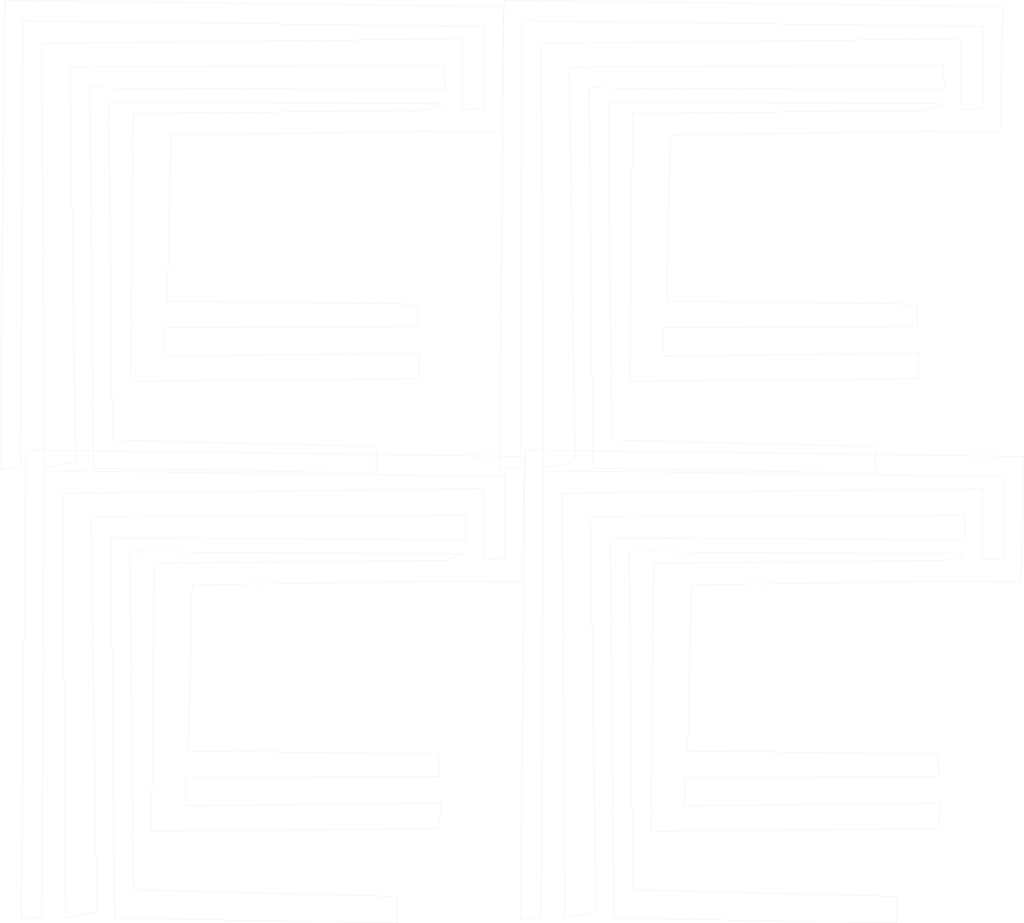
<source format=kicad_pcb>
(kicad_pcb (version 20221018) (generator pcbnew)

  (general
    (thickness 1.6)
  )

  (paper "A4")
  (layers
    (0 "F.Cu" signal)
    (31 "B.Cu" signal)
    (32 "B.Adhes" user "B.Adhesive")
    (33 "F.Adhes" user "F.Adhesive")
    (34 "B.Paste" user)
    (35 "F.Paste" user)
    (36 "B.SilkS" user "B.Silkscreen")
    (37 "F.SilkS" user "F.Silkscreen")
    (38 "B.Mask" user)
    (39 "F.Mask" user)
    (40 "Dwgs.User" user "User.Drawings")
    (41 "Cmts.User" user "User.Comments")
    (42 "Eco1.User" user "User.Eco1")
    (43 "Eco2.User" user "User.Eco2")
    (44 "Edge.Cuts" user)
    (45 "Margin" user)
    (46 "B.CrtYd" user "B.Courtyard")
    (47 "F.CrtYd" user "F.Courtyard")
    (48 "B.Fab" user)
    (49 "F.Fab" user)
    (50 "User.1" user)
    (51 "User.2" user)
    (52 "User.3" user)
    (53 "User.4" user)
    (54 "User.5" user)
    (55 "User.6" user)
    (56 "User.7" user)
    (57 "User.8" user)
    (58 "User.9" user)
  )

  (setup
    (stackup
      (layer "F.SilkS" (type "Top Silk Screen"))
      (layer "F.Paste" (type "Top Solder Paste"))
      (layer "F.Mask" (type "Top Solder Mask") (thickness 0.01))
      (layer "F.Cu" (type "copper") (thickness 0.035))
      (layer "dielectric 1" (type "core") (thickness 1.51) (material "FR4") (epsilon_r 4.5) (loss_tangent 0.02))
      (layer "B.Cu" (type "copper") (thickness 0.035))
      (layer "B.Mask" (type "Bottom Solder Mask") (thickness 0.01))
      (layer "B.Paste" (type "Bottom Solder Paste"))
      (layer "B.SilkS" (type "Bottom Silk Screen"))
      (layer "F.SilkS" (type "Top Silk Screen"))
      (layer "F.Paste" (type "Top Solder Paste"))
      (layer "F.Mask" (type "Top Solder Mask") (thickness 0.01))
      (layer "F.Cu" (type "copper") (thickness 0.035))
      (layer "dielectric 1" (type "core") (thickness 1.51) (material "FR4") (epsilon_r 4.5) (loss_tangent 0.02))
      (layer "B.Cu" (type "copper") (thickness 0.035))
      (layer "B.Mask" (type "Bottom Solder Mask") (thickness 0.01))
      (layer "B.Paste" (type "Bottom Solder Paste"))
      (layer "B.SilkS" (type "Bottom Silk Screen"))
      (layer "F.SilkS" (type "Top Silk Screen"))
      (layer "F.Paste" (type "Top Solder Paste"))
      (layer "F.Mask" (type "Top Solder Mask") (thickness 0.01))
      (layer "F.Cu" (type "copper") (thickness 0.035))
      (layer "dielectric 1" (type "core") (thickness 1.51) (material "FR4") (epsilon_r 4.5) (loss_tangent 0.02))
      (layer "B.Cu" (type "copper") (thickness 0.035))
      (layer "B.Mask" (type "Bottom Solder Mask") (thickness 0.01))
      (layer "B.Paste" (type "Bottom Solder Paste"))
      (layer "B.SilkS" (type "Bottom Silk Screen"))
      (layer "F.SilkS" (type "Top Silk Screen"))
      (layer "F.Paste" (type "Top Solder Paste"))
      (layer "F.Mask" (type "Top Solder Mask") (thickness 0.01))
      (layer "F.Cu" (type "copper") (thickness 0.035))
      (layer "dielectric 1" (type "core") (thickness 1.51) (material "FR4") (epsilon_r 4.5) (loss_tangent 0.02))
      (layer "B.Cu" (type "copper") (thickness 0.035))
      (layer "B.Mask" (type "Bottom Solder Mask") (thickness 0.01))
      (layer "B.Paste" (type "Bottom Solder Paste"))
      (layer "B.SilkS" (type "Bottom Silk Screen"))
      (copper_finish "None")
      (dielectric_constraints no)
    )
    (pad_to_mask_clearance 0)
    (pcbplotparams
      (layerselection 0x00010fc_ffffffff)
      (plot_on_all_layers_selection 0x0000000_00000000)
      (disableapertmacros false)
      (usegerberextensions false)
      (usegerberattributes true)
      (usegerberadvancedattributes true)
      (creategerberjobfile true)
      (dashed_line_dash_ratio 12.000000)
      (dashed_line_gap_ratio 3.000000)
      (svgprecision 4)
      (plotframeref false)
      (viasonmask false)
      (mode 1)
      (useauxorigin false)
      (hpglpennumber 1)
      (hpglpenspeed 20)
      (hpglpendiameter 15.000000)
      (dxfpolygonmode true)
      (dxfimperialunits true)
      (dxfusepcbnewfont true)
      (psnegative false)
      (psa4output false)
      (plotreference true)
      (plotvalue true)
      (plotinvisibletext false)
      (sketchpadsonfab false)
      (subtractmaskfromsilk false)
      (outputformat 1)
      (mirror false)
      (drillshape 1)
      (scaleselection 1)
      (outputdirectory "")
    )
  )

  (net 0 "")

  (gr_line (start 334.98 36.94) (end 328.6 39.29)
    (stroke (width 0.05) (type default)) (layer "Edge.Cuts") (tstamp 0140145d-4d2b-4baa-9113-330b60545a6c))
  (gr_line (start 66.93 267.11) (end 68.28 208.02)
    (stroke (width 0.05) (type default)) (layer "Edge.Cuts") (tstamp 01c79154-248d-46d7-91bd-36265aee73dd))
  (gr_line (start 58.43 126.58) (end 58.43 116.51)
    (stroke (width 0.05) (type default)) (layer "Edge.Cuts") (tstamp 03bcdba3-85de-4e34-8710-6bff60208008))
  (gr_line (start 178.97 2.35) (end 1.68 0)
    (stroke (width 0.05) (type default)) (layer "Edge.Cuts") (tstamp 0478dda1-3bf9-47a5-996a-667e7586e075))
  (gr_line (start 216.12 36.26) (end 334.98 36.94)
    (stroke (width 0.05) (type default)) (layer "Edge.Cuts") (tstamp 06c9fc03-2032-4b0c-8407-87fa636a833a))
  (gr_line (start 333.75 276.18) (end 333.41 268.12)
    (stroke (width 0.05) (type default)) (layer "Edge.Cuts") (tstamp 07ff3be1-523d-43bc-a3ff-78259431b308))
  (gr_line (start 185 326.88) (end 192.39 326.2)
    (stroke (width 0.05) (type default)) (layer "Edge.Cuts") (tstamp 09fbe0f5-c506-4402-81ad-ef9d97d73001))
  (gr_line (start 356.91 198.61) (end 349.19 198.95)
    (stroke (width 0.05) (type default)) (layer "Edge.Cuts") (tstamp 0c6a5e19-2f09-4cae-9f0d-e5294cf06625))
  (gr_line (start 32.35 183.84) (end 165.31 183.17)
    (stroke (width 0.05) (type default)) (layer "Edge.Cuts") (tstamp 118838d2-c735-4502-94ae-a952d7915459))
  (gr_line (start 235.93 116.51) (end 326.25 116.18)
    (stroke (width 0.05) (type default)) (layer "Edge.Cuts") (tstamp 18472dab-45c9-45f8-874e-ead1b0f180e3))
  (gr_line (start 211.87 324.19) (end 209.85 183.84)
    (stroke (width 0.05) (type default)) (layer "Edge.Cuts") (tstamp 197e7dc5-9d30-4cd6-b27e-116aa645722e))
  (gr_line (start 164.98 196.94) (end 158.6 199.29)
    (stroke (width 0.05) (type default)) (layer "Edge.Cuts") (tstamp 1d39742f-4b03-4bac-9aa0-15a910c19312))
  (gr_line (start 164.19 38.95) (end 164.19 13.77)
    (stroke (width 0.05) (type default)) (layer "Edge.Cuts") (tstamp 1d8554de-73e1-4b10-8bb5-b2587c557faa))
  (gr_line (start 159.27 206.67) (end 185.46 207.01)
    (stroke (width 0.05) (type default)) (layer "Edge.Cuts") (tstamp 211e1e17-4b3b-4322-913b-fb6a7ab45d2f))
  (gr_line (start 33.24 166.54) (end 133.64 168.22)
    (stroke (width 0.05) (type default)) (layer "Edge.Cuts") (tstamp 21af19a4-9eb9-4a52-9fcc-b0e2f8f5704c))
  (gr_line (start 148.41 108.12) (end 59.43 107.11)
    (stroke (width 0.05) (type default)) (layer "Edge.Cuts") (tstamp 221fc96d-093d-4484-a007-8227eb7e8f20))
  (gr_line (start 59.43 107.11) (end 60.78 48.02)
    (stroke (width 0.05) (type default)) (layer "Edge.Cuts") (tstamp 2582b6ee-332a-4864-acb4-c3ba3c6e4100))
  (gr_line (start 171.91 9.4) (end 171.91 38.61)
    (stroke (width 0.05) (type default)) (layer "Edge.Cuts") (tstamp 2669d5e1-87db-4853-a45f-b5420108ed2f))
  (gr_line (start 133.64 168.22) (end 133.64 158.82)
    (stroke (width 0.05) (type default)) (layer "Edge.Cuts") (tstamp 279348d8-f477-4b39-9cd8-3b8495b1cfc1))
  (gr_line (start 157.81 23.17) (end 158.15 31.9)
    (stroke (width 0.05) (type default)) (layer "Edge.Cuts") (tstamp 29286c05-61bc-44a5-8e40-85ff0f4e24d2))
  (gr_line (start 15.79 166.54) (end 26.87 164.19)
    (stroke (width 0.05) (type default)) (layer "Edge.Cuts") (tstamp 2a701177-954c-43e1-95e1-145166611a85))
  (gr_line (start 171.91 38.61) (end 164.19 38.95)
    (stroke (width 0.05) (type default)) (layer "Edge.Cuts") (tstamp 2b8549d1-7844-4c30-a74e-79849764b786))
  (gr_line (start 223.62 196.26) (end 342.48 196.94)
    (stroke (width 0.05) (type default)) (layer "Edge.Cuts") (tstamp 2c4a65f0-af8a-4fce-b7db-0205cf5dc9ff))
  (gr_line (start 14.78 15.45) (end 15.79 166.54)
    (stroke (width 0.05) (type default)) (layer "Edge.Cuts") (tstamp 2d1c62af-8563-4f9e-b1f5-e2c163210374))
  (gr_line (start 341.69 13.77) (end 192.28 15.45)
    (stroke (width 0.05) (type default)) (layer "Edge.Cuts") (tstamp 2dd52084-b4e2-4d93-8a98-aa4d10d73858))
  (gr_line (start 14.89 326.2) (end 15.56 167.39)
    (stroke (width 0.05) (type default)) (layer "Edge.Cuts") (tstamp 2e6bbefb-dda3-4028-97a1-8ebbff4a8919))
  (gr_line (start 362.96 207.01) (end 363.97 162.35)
    (stroke (width 0.05) (type default)) (layer "Edge.Cuts") (tstamp 2ed60fad-ea6e-4ca1-b52e-10792e2f104b))
  (gr_line (start 46.12 196.26) (end 164.98 196.94)
    (stroke (width 0.05) (type default)) (layer "Edge.Cuts") (tstamp 32dfd699-a0a1-41ef-92ed-ceba9a6623c3))
  (gr_line (start 311.14 168.22) (end 311.14 158.82)
    (stroke (width 0.05) (type default)) (layer "Edge.Cuts") (tstamp 372627e4-8a86-4f92-810f-ea4ac26cd68e))
  (gr_line (start 26.87 164.19) (end 24.85 23.84)
    (stroke (width 0.05) (type default)) (layer "Edge.Cuts") (tstamp 38004c2c-a184-4781-802b-1cdd5fc843b6))
  (gr_line (start 9.18 160) (end 7.5 326.88)
    (stroke (width 0.05) (type default)) (layer "Edge.Cuts") (tstamp 393720a6-9be8-4fc7-87e6-a0022a9fe9bd))
  (gr_line (start 193.06 167.39) (end 356.91 169.4)
    (stroke (width 0.05) (type default)) (layer "Edge.Cuts") (tstamp 39ad3f91-78db-4ec1-a380-db16dbe1d13b))
  (gr_line (start 355.46 47.01) (end 356.47 2.35)
    (stroke (width 0.05) (type default)) (layer "Edge.Cuts") (tstamp 3a2c9cd8-dd57-48a2-aade-de1ad42bbd32))
  (gr_line (start 7.5 326.88) (end 14.89 326.2)
    (stroke (width 0.05) (type default)) (layer "Edge.Cuts") (tstamp 3f55c4b6-1571-48e8-83aa-b674da1181f2))
  (gr_line (start 0 166.88) (end 7.39 166.2)
    (stroke (width 0.05) (type default)) (layer "Edge.Cuts") (tstamp 42baae7a-f3d9-4ee9-a928-3f9442b5120b))
  (gr_line (start 39.4 191.23) (end 40.74 326.54)
    (stroke (width 0.05) (type default)) (layer "Edge.Cuts") (tstamp 436a44f1-3faa-4378-87dc-8ec4099ceabe))
  (gr_line (start 53.84 295.65) (end 156.25 294.64)
    (stroke (width 0.05) (type default)) (layer "Edge.Cuts") (tstamp 46b4bc3b-aa19-44d1-b151-25f041f26a41))
  (gr_line (start 224.96 316.47) (end 223.62 196.26)
    (stroke (width 0.05) (type default)) (layer "Edge.Cuts") (tstamp 48b59e11-b448-4264-b10b-d951d1d6ab54))
  (gr_line (start 328.6 39.29) (end 224.85 40.29)
    (stroke (width 0.05) (type default)) (layer "Edge.Cuts") (tstamp 4bfa758c-e7f6-4540-84a3-ba92ee96014c))
  (gr_line (start 151.1 39.29) (end 47.35 40.29)
    (stroke (width 0.05) (type default)) (layer "Edge.Cuts") (tstamp 4e845cb4-cb62-40dc-a2dd-f7403f02dce9))
  (gr_line (start 202.35 23.84) (end 335.31 23.17)
    (stroke (width 0.05) (type default)) (layer "Edge.Cuts") (tstamp 4f358956-1d0a-451a-b4cc-15e4685b570f))
  (gr_line (start 164.19 13.77) (end 14.78 15.45)
    (stroke (width 0.05) (type default)) (layer "Edge.Cuts") (tstamp 519d1ab9-4d12-47b8-b344-726c4a3ec993))
  (gr_line (start 329.27 46.67) (end 355.46 47.01)
    (stroke (width 0.05) (type default)) (layer "Edge.Cuts") (tstamp 549118eb-c370-49ee-b9c8-2f1c4cfd7295))
  (gr_line (start 326.25 116.18) (end 325.91 108.12)
    (stroke (width 0.05) (type default)) (layer "Edge.Cuts") (tstamp 55314c10-498e-45c8-b768-ac1a4af88349))
  (gr_line (start 158.15 31.9) (end 31.9 31.23)
    (stroke (width 0.05) (type default)) (layer "Edge.Cuts") (tstamp 56396dc7-d4d2-4a43-ac32-3215c92ed01a))
  (gr_line (start 336.77 206.67) (end 362.96 207.01)
    (stroke (width 0.05) (type default)) (layer "Edge.Cuts") (tstamp 56d24c6e-84d8-4686-a103-1c3c858a7478))
  (gr_line (start 335.31 23.17) (end 335.65 31.9)
    (stroke (width 0.05) (type default)) (layer "Edge.Cuts") (tstamp 56fc0527-d004-48c8-a63d-ae9322c1bc15))
  (gr_line (start 179.41 169.4) (end 179.41 198.61)
    (stroke (width 0.05) (type default)) (layer "Edge.Cuts") (tstamp 577bc1fd-f677-4994-b98d-b9892bd8f985))
  (gr_line (start 24.85 23.84) (end 157.81 23.17)
    (stroke (width 0.05) (type default)) (layer "Edge.Cuts") (tstamp 583b50b5-439e-485d-93d1-014806c3f368))
  (gr_line (start 318.64 328.22) (end 318.64 318.82)
    (stroke (width 0.05) (type default)) (layer "Edge.Cuts") (tstamp 594e92f2-cdb0-461b-85c9-5e9f9c9934c4))
  (gr_line (start 216.9 191.23) (end 218.24 326.54)
    (stroke (width 0.05) (type default)) (layer "Edge.Cuts") (tstamp 59faee8e-13a7-4aff-be41-50d798f04925))
  (gr_line (start 7.39 166.2) (end 8.06 7.39)
    (stroke (width 0.05) (type default)) (layer "Edge.Cuts") (tstamp 5c8fb2c0-b106-4f29-9a36-93feabaa9316))
  (gr_line (start 326.58 125.58) (end 235.93 126.58)
    (stroke (width 0.05) (type default)) (layer "Edge.Cuts") (tstamp 5da00abc-b388-49e5-a5db-a6c50c100fa3))
  (gr_line (start 165.65 191.9) (end 39.4 191.23)
    (stroke (width 0.05) (type default)) (layer "Edge.Cuts") (tstamp 648f48a7-ce36-4f7e-8457-2d2ffe210409))
  (gr_line (start 200.79 326.54) (end 211.87 324.19)
    (stroke (width 0.05) (type default)) (layer "Edge.Cuts") (tstamp 679f5fbe-3b95-43d3-94b2-e7bb40d366dd))
  (gr_line (start 65.93 286.58) (end 65.93 276.51)
    (stroke (width 0.05) (type default)) (layer "Edge.Cuts") (tstamp 684c9412-1c68-4515-b9c6-923b059f1668))
  (gr_line (start 158.6 199.29) (end 54.85 200.29)
    (stroke (width 0.05) (type default)) (layer "Edge.Cuts") (tstamp 69e4ccac-558f-4f04-a040-09196ccf5609))
  (gr_line (start 177.5 166.88) (end 184.89 166.2)
    (stroke (width 0.05) (type default)) (layer "Edge.Cuts") (tstamp 70c327c1-cc62-462e-957d-5f0ae858d4b8))
  (gr_line (start 349.41 9.4) (end 349.41 38.61)
    (stroke (width 0.05) (type default)) (layer "Edge.Cuts") (tstamp 765f8bdd-642f-4611-afe5-e23aa54fe256))
  (gr_line (start 209.85 183.84) (end 342.81 183.17)
    (stroke (width 0.05) (type default)) (layer "Edge.Cuts") (tstamp 76c602cf-c979-4ee6-94b6-70cde1a6d6b8))
  (gr_line (start 204.37 164.19) (end 202.35 23.84)
    (stroke (width 0.05) (type default)) (layer "Edge.Cuts") (tstamp 78906333-1847-484c-bfa2-5017ee241827))
  (gr_line (start 60.78 48.02) (end 151.77 46.67)
    (stroke (width 0.05) (type default)) (layer "Edge.Cuts") (tstamp 79a3f78b-9090-40a2-af7b-d7aa288ab96d))
  (gr_line (start 186.68 160) (end 185 326.88)
    (stroke (width 0.05) (type default)) (layer "Edge.Cuts") (tstamp 7b83b37e-509f-4273-a924-5c2a25db0834))
  (gr_line (start 210.74 166.54) (end 311.14 168.22)
    (stroke (width 0.05) (type default)) (layer "Edge.Cuts") (tstamp 7ce9d90b-3a5a-4a47-921b-953ec5778180))
  (gr_line (start 333.75 294.64) (end 334.08 285.58)
    (stroke (width 0.05) (type default)) (layer "Edge.Cuts") (tstamp 7f9bdc5a-e481-4d9b-af4e-63a212a4cd65))
  (gr_line (start 209.4 31.23) (end 210.74 166.54)
    (stroke (width 0.05) (type default)) (layer "Edge.Cuts") (tstamp 822e401d-d758-40d4-a9f1-a510295a0510))
  (gr_line (start 192.28 15.45) (end 193.29 166.54)
    (stroke (width 0.05) (type default)) (layer "Edge.Cuts") (tstamp 8449b455-e0f0-4104-85a4-a93e6f0a67f7))
  (gr_line (start 231.34 295.65) (end 333.75 294.64)
    (stroke (width 0.05) (type default)) (layer "Edge.Cuts") (tstamp 85787b20-7048-437a-a83f-ce15ba928107))
  (gr_line (start 193.29 166.54) (end 204.37 164.19)
    (stroke (width 0.05) (type default)) (layer "Edge.Cuts") (tstamp 85d69bd2-1eb0-4739-94c2-bea45b251806))
  (gr_line (start 179.18 0) (end 177.5 166.88)
    (stroke (width 0.05) (type default)) (layer "Edge.Cuts") (tstamp 8795c9ed-5f3e-4833-a3cf-150b34983071))
  (gr_line (start 148.75 116.18) (end 148.41 108.12)
    (stroke (width 0.05) (type default)) (layer "Edge.Cuts") (tstamp 887e4815-04dc-44a1-93c4-b5a6974a0c9d))
  (gr_line (start 349.41 38.61) (end 341.69 38.95)
    (stroke (width 0.05) (type default)) (layer "Edge.Cuts") (tstamp 8aca2c81-1c0b-433f-8b4c-27179e65f0a0))
  (gr_line (start 363.97 162.35) (end 186.68 160)
    (stroke (width 0.05) (type default)) (layer "Edge.Cuts") (tstamp 8b81650e-0f02-4257-bfcc-5fdc1a859ea5))
  (gr_line (start 224.85 40.29) (end 223.84 135.65)
    (stroke (width 0.05) (type default)) (layer "Edge.Cuts") (tstamp 8c781047-7e98-468c-be34-f637d52b3f36))
  (gr_line (start 217.46 156.47) (end 216.12 36.26)
    (stroke (width 0.05) (type default)) (layer "Edge.Cuts") (tstamp 8c7903e2-0de7-46d2-ba47-91e7d103c726))
  (gr_line (start 1.68 0) (end 0 166.88)
    (stroke (width 0.05) (type default)) (layer "Edge.Cuts") (tstamp 8ce80fdd-9cc2-4e48-b40d-f3cef5a5238f))
  (gr_line (start 46.34 135.65) (end 148.75 134.64)
    (stroke (width 0.05) (type default)) (layer "Edge.Cuts") (tstamp 8ea6b770-db13-45aa-bca8-868dfcf374eb))
  (gr_line (start 341.69 38.95) (end 341.69 13.77)
    (stroke (width 0.05) (type default)) (layer "Edge.Cuts") (tstamp 8fa73e0c-de90-427f-9e78-9413501304d9))
  (gr_line (start 65.93 276.51) (end 156.25 276.18)
    (stroke (width 0.05) (type default)) (layer "Edge.Cuts") (tstamp 93995ef8-712b-4834-a2f9-9347f0a0b216))
  (gr_line (start 68.28 208.02) (end 159.27 206.67)
    (stroke (width 0.05) (type default)) (layer "Edge.Cuts") (tstamp 93f65019-f6e8-4cfb-8c8b-9283882acd33))
  (gr_line (start 236.93 107.11) (end 238.28 48.02)
    (stroke (width 0.05) (type default)) (layer "Edge.Cuts") (tstamp 94932941-2cf3-48f5-936d-b0f2dc2b74ab))
  (gr_line (start 232.35 200.29) (end 231.34 295.65)
    (stroke (width 0.05) (type default)) (layer "Edge.Cuts") (tstamp 95bfc397-6d93-4ff3-8ac2-65db126a4b97))
  (gr_line (start 40.74 326.54) (end 141.14 328.22)
    (stroke (width 0.05) (type default)) (layer "Edge.Cuts") (tstamp 9f8c7502-0bbd-4462-9e2b-d16b964008c4))
  (gr_line (start 349.19 173.77) (end 199.78 175.45)
    (stroke (width 0.05) (type default)) (layer "Edge.Cuts") (tstamp a357d44e-13ca-4ebf-9a41-3af4281f97d7))
  (gr_line (start 356.47 2.35) (end 179.18 0)
    (stroke (width 0.05) (type default)) (layer "Edge.Cuts") (tstamp a4bcec27-80ee-4b93-a883-877323996e93))
  (gr_line (start 156.25 276.18) (end 155.91 268.12)
    (stroke (width 0.05) (type default)) (layer "Edge.Cuts") (tstamp a5bdb4fd-2247-4b5b-8e79-49fa3f6c0cc7))
  (gr_line (start 141.14 318.82) (end 47.46 316.47)
    (stroke (width 0.05) (type default)) (layer "Edge.Cuts") (tstamp a8572fb7-323a-4e3c-bc47-bcadffa7ee6e))
  (gr_line (start 165.31 183.17) (end 165.65 191.9)
    (stroke (width 0.05) (type default)) (layer "Edge.Cuts") (tstamp aae06a81-36ad-433c-9fc3-a536091fe0a2))
  (gr_line (start 333.41 268.12) (end 244.43 267.11)
    (stroke (width 0.05) (type default)) (layer "Edge.Cuts") (tstamp aee471a2-c694-4a85-be02-89c098161115))
  (gr_line (start 238.28 48.02) (end 329.27 46.67)
    (stroke (width 0.05) (type default)) (layer "Edge.Cuts") (tstamp af13064f-4a95-479c-a7f7-b21782286540))
  (gr_line (start 171.69 173.77) (end 22.28 175.45)
    (stroke (width 0.05) (type default)) (layer "Edge.Cuts") (tstamp b00629a3-08a0-408f-9313-70371d79d657))
  (gr_line (start 141.14 328.22) (end 141.14 318.82)
    (stroke (width 0.05) (type default)) (layer "Edge.Cuts") (tstamp b134cbe9-c120-4bd7-aec2-d1a39ae2d961))
  (gr_line (start 235.93 126.58) (end 235.93 116.51)
    (stroke (width 0.05) (type default)) (layer "Edge.Cuts") (tstamp b4f2a9dd-06fa-4a36-950c-8656cd96a24a))
  (gr_line (start 192.39 326.2) (end 193.06 167.39)
    (stroke (width 0.05) (type default)) (layer "Edge.Cuts") (tstamp b569f303-8afa-474c-be33-da9dede98c02))
  (gr_line (start 185.56 7.39) (end 349.41 9.4)
    (stroke (width 0.05) (type default)) (layer "Edge.Cuts") (tstamp b80a57f6-209b-4c42-8ff5-a7c9abfcf54b))
  (gr_line (start 336.1 199.29) (end 232.35 200.29)
    (stroke (width 0.05) (type default)) (layer "Edge.Cuts") (tstamp b9110c40-1954-4a08-9d68-c22e3e78c451))
  (gr_line (start 54.85 200.29) (end 53.84 295.65)
    (stroke (width 0.05) (type default)) (layer "Edge.Cuts") (tstamp b92c1812-deb7-4511-99a0-b6670d5ed2c7))
  (gr_line (start 318.64 318.82) (end 224.96 316.47)
    (stroke (width 0.05) (type default)) (layer "Edge.Cuts") (tstamp bdc4115b-df27-41f1-86ed-936baf5e8747))
  (gr_line (start 156.58 285.58) (end 65.93 286.58)
    (stroke (width 0.05) (type default)) (layer "Edge.Cuts") (tstamp bdfa026c-3d3f-4e83-a6ac-e8bcf3925c0a))
  (gr_line (start 156.25 294.64) (end 156.58 285.58)
    (stroke (width 0.05) (type default)) (layer "Edge.Cuts") (tstamp bee2f26b-9a45-472c-9bd4-4aaf26eb4ebe))
  (gr_line (start 243.43 276.51) (end 333.75 276.18)
    (stroke (width 0.05) (type default)) (layer "Edge.Cuts") (tstamp c05afd64-7451-43c4-b3bb-fa3534e85f7a))
  (gr_line (start 58.43 116.51) (end 148.75 116.18)
    (stroke (width 0.05) (type default)) (layer "Edge.Cuts") (tstamp c1d89192-ff6e-4a67-8da6-83400651e1e2))
  (gr_line (start 38.62 36.26) (end 157.48 36.94)
    (stroke (width 0.05) (type default)) (layer "Edge.Cuts") (tstamp c1ff89d9-7434-435f-9dd9-f2fa3edac346))
  (gr_line (start 342.81 183.17) (end 343.15 191.9)
    (stroke (width 0.05) (type default)) (layer "Edge.Cuts") (tstamp c3d25869-3317-46b1-806d-e311108b48ee))
  (gr_line (start 218.24 326.54) (end 318.64 328.22)
    (stroke (width 0.05) (type default)) (layer "Edge.Cuts") (tstamp c4d5bf27-4c6c-461e-ba60-33abe28e6ab9))
  (gr_line (start 179.41 198.61) (end 171.69 198.95)
    (stroke (width 0.05) (type default)) (layer "Edge.Cuts") (tstamp c4d80ef7-490e-4af3-a92b-6254decf1579))
  (gr_line (start 223.84 135.65) (end 326.25 134.64)
    (stroke (width 0.05) (type default)) (layer "Edge.Cuts") (tstamp c7de0f16-444c-48d4-b82b-8d33d25c4f86))
  (gr_line (start 186.47 162.35) (end 9.18 160)
    (stroke (width 0.05) (type default)) (layer "Edge.Cuts") (tstamp c88e3528-ddf2-40bb-9fb5-b3544259da72))
  (gr_line (start 325.91 108.12) (end 236.93 107.11)
    (stroke (width 0.05) (type default)) (layer "Edge.Cuts") (tstamp c8967cdc-56f2-4af2-aa73-372a24655832))
  (gr_line (start 184.89 166.2) (end 185.56 7.39)
    (stroke (width 0.05) (type default)) (layer "Edge.Cuts") (tstamp c97d0059-4255-4716-87ae-5e92eb0036b9))
  (gr_line (start 342.48 196.94) (end 336.1 199.29)
    (stroke (width 0.05) (type default)) (layer "Edge.Cuts") (tstamp ca448bdc-44e5-4838-805a-14b858727105))
  (gr_line (start 47.46 316.47) (end 46.12 196.26)
    (stroke (width 0.05) (type default)) (layer "Edge.Cuts") (tstamp cede2fb2-d61e-4ead-aa68-930bce1a0378))
  (gr_line (start 8.06 7.39) (end 171.91 9.4)
    (stroke (width 0.05) (type default)) (layer "Edge.Cuts") (tstamp d1701621-d824-4948-8d0c-48967b09e358))
  (gr_line (start 356.91 169.4) (end 356.91 198.61)
    (stroke (width 0.05) (type default)) (layer "Edge.Cuts") (tstamp d39e6473-8773-409f-b1c8-8ecce8e229e2))
  (gr_line (start 31.9 31.23) (end 33.24 166.54)
    (stroke (width 0.05) (type default)) (layer "Edge.Cuts") (tstamp d4470f7e-7fcc-4568-9cd6-c410a1d8f75c))
  (gr_line (start 349.19 198.95) (end 349.19 173.77)
    (stroke (width 0.05) (type default)) (layer "Edge.Cuts") (tstamp d53984d8-d500-4c5e-84f6-58f6c6f01d00))
  (gr_line (start 148.75 134.64) (end 149.08 125.58)
    (stroke (width 0.05) (type default)) (layer "Edge.Cuts") (tstamp d756ddee-9673-46e3-bfac-45a35a23db04))
  (gr_line (start 23.29 326.54) (end 34.37 324.19)
    (stroke (width 0.05) (type default)) (layer "Edge.Cuts") (tstamp dbb15c68-5da2-4101-84ba-00009fadcda9))
  (gr_line (start 34.37 324.19) (end 32.35 183.84)
    (stroke (width 0.05) (type default)) (layer "Edge.Cuts") (tstamp df8e5391-d395-4a93-bcef-c9ae51acf0eb))
  (gr_line (start 47.35 40.29) (end 46.34 135.65)
    (stroke (width 0.05) (type default)) (layer "Edge.Cuts") (tstamp e198a791-692f-4adb-851c-00f2a0afdcb8))
  (gr_line (start 15.56 167.39) (end 179.41 169.4)
    (stroke (width 0.05) (type default)) (layer "Edge.Cuts") (tstamp e548ab32-d73f-4850-826f-98a650f60b4f))
  (gr_line (start 155.91 268.12) (end 66.93 267.11)
    (stroke (width 0.05) (type default)) (layer "Edge.Cuts") (tstamp e6900fd2-b8d0-4126-84bb-7be27858c94d))
  (gr_line (start 326.25 134.64) (end 326.58 125.58)
    (stroke (width 0.05) (type default)) (layer "Edge.Cuts") (tstamp e8179b53-e8bd-462d-88e5-89be002b605a))
  (gr_line (start 335.65 31.9) (end 209.4 31.23)
    (stroke (width 0.05) (type default)) (layer "Edge.Cuts") (tstamp e912791f-9d88-4389-9c8e-1f4ce08133b7))
  (gr_line (start 157.48 36.94) (end 151.1 39.29)
    (stroke (width 0.05) (type default)) (layer "Edge.Cuts") (tstamp ec7a3df0-13c2-460d-924f-d321dc6caef2))
  (gr_line (start 177.96 47.01) (end 178.97 2.35)
    (stroke (width 0.05) (type default)) (layer "Edge.Cuts") (tstamp ecd7d5eb-82a5-411a-9a42-20aa5902ce0e))
  (gr_line (start 171.69 198.95) (end 171.69 173.77)
    (stroke (width 0.05) (type default)) (layer "Edge.Cuts") (tstamp ece1231e-e4bc-48a4-8683-f80a306cb36e))
  (gr_line (start 39.96 156.47) (end 38.62 36.26)
    (stroke (width 0.05) (type default)) (layer "Edge.Cuts") (tstamp ed87f75e-855d-4b5a-9a3e-97d92829b16a))
  (gr_line (start 311.14 158.82) (end 217.46 156.47)
    (stroke (width 0.05) (type default)) (layer "Edge.Cuts") (tstamp f0524d3b-9775-4343-a872-e05ba9db05a8))
  (gr_line (start 243.43 286.58) (end 243.43 276.51)
    (stroke (width 0.05) (type default)) (layer "Edge.Cuts") (tstamp f0b0e6a8-cdcc-4785-96d9-32bbc34e86ae))
  (gr_line (start 245.78 208.02) (end 336.77 206.67)
    (stroke (width 0.05) (type default)) (layer "Edge.Cuts") (tstamp f127c3f8-8439-4f67-b8bf-74f0a6b599d0))
  (gr_line (start 343.15 191.9) (end 216.9 191.23)
    (stroke (width 0.05) (type default)) (layer "Edge.Cuts") (tstamp f291c8b2-cc6a-478e-83e8-572a33d21057))
  (gr_line (start 185.46 207.01) (end 186.47 162.35)
    (stroke (width 0.05) (type default)) (layer "Edge.Cuts") (tstamp f2a9f9d4-25c0-4121-958e-3650114b9a65))
  (gr_line (start 244.43 267.11) (end 245.78 208.02)
    (stroke (width 0.05) (type default)) (layer "Edge.Cuts") (tstamp f5c35886-0741-43c7-9474-68e64dbcbcf3))
  (gr_line (start 149.08 125.58) (end 58.43 126.58)
    (stroke (width 0.05) (type default)) (layer "Edge.Cuts") (tstamp f939965e-96c8-4bea-85b8-705e10d50a38))
  (gr_line (start 133.64 158.82) (end 39.96 156.47)
    (stroke (width 0.05) (type default)) (layer "Edge.Cuts") (tstamp fb9138ed-2df4-4fcf-8579-c7744f289cd6))
  (gr_line (start 199.78 175.45) (end 200.79 326.54)
    (stroke (width 0.05) (type default)) (layer "Edge.Cuts") (tstamp fe740d33-0561-4b7d-9320-cf61e3f52f7b))
  (gr_line (start 151.77 46.67) (end 177.96 47.01)
    (stroke (width 0.05) (type default)) (layer "Edge.Cuts") (tstamp feccc382-b72d-4aba-87b1-3cbb3704be5c))
  (gr_line (start 334.08 285.58) (end 243.43 286.58)
    (stroke (width 0.05) (type default)) (layer "Edge.Cuts") (tstamp ff8cc7f6-fcca-4133-ae51-b716f2cc3ec4))
  (gr_line (start 22.28 175.45) (end 23.29 326.54)
    (stroke (width 0.05) (type default)) (layer "Edge.Cuts") (tstamp ffa3f574-1d40-48e6-95c4-1f86a0bf5eb9))

)

</source>
